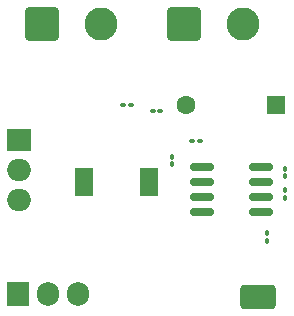
<source format=gbr>
%TF.GenerationSoftware,KiCad,Pcbnew,9.0.6*%
%TF.CreationDate,2025-12-23T21:48:00+05:30*%
%TF.ProjectId,CLASS D AMPLIFIER,434c4153-5320-4442-9041-4d504c494649,rev?*%
%TF.SameCoordinates,Original*%
%TF.FileFunction,Soldermask,Top*%
%TF.FilePolarity,Negative*%
%FSLAX46Y46*%
G04 Gerber Fmt 4.6, Leading zero omitted, Abs format (unit mm)*
G04 Created by KiCad (PCBNEW 9.0.6) date 2025-12-23 21:48:00*
%MOMM*%
%LPD*%
G01*
G04 APERTURE LIST*
G04 Aperture macros list*
%AMRoundRect*
0 Rectangle with rounded corners*
0 $1 Rounding radius*
0 $2 $3 $4 $5 $6 $7 $8 $9 X,Y pos of 4 corners*
0 Add a 4 corners polygon primitive as box body*
4,1,4,$2,$3,$4,$5,$6,$7,$8,$9,$2,$3,0*
0 Add four circle primitives for the rounded corners*
1,1,$1+$1,$2,$3*
1,1,$1+$1,$4,$5*
1,1,$1+$1,$6,$7*
1,1,$1+$1,$8,$9*
0 Add four rect primitives between the rounded corners*
20,1,$1+$1,$2,$3,$4,$5,0*
20,1,$1+$1,$4,$5,$6,$7,0*
20,1,$1+$1,$6,$7,$8,$9,0*
20,1,$1+$1,$8,$9,$2,$3,0*%
G04 Aperture macros list end*
%ADD10R,1.500000X2.400000*%
%ADD11RoundRect,0.100000X0.130000X0.100000X-0.130000X0.100000X-0.130000X-0.100000X0.130000X-0.100000X0*%
%ADD12RoundRect,0.150000X-0.825000X-0.150000X0.825000X-0.150000X0.825000X0.150000X-0.825000X0.150000X0*%
%ADD13RoundRect,0.100000X0.100000X-0.130000X0.100000X0.130000X-0.100000X0.130000X-0.100000X-0.130000X0*%
%ADD14R,1.905000X2.000000*%
%ADD15O,1.905000X2.000000*%
%ADD16R,2.000000X1.905000*%
%ADD17O,2.000000X1.905000*%
%ADD18RoundRect,0.250000X-1.250000X0.750000X-1.250000X-0.750000X1.250000X-0.750000X1.250000X0.750000X0*%
%ADD19RoundRect,0.250001X-1.149999X-1.149999X1.149999X-1.149999X1.149999X1.149999X-1.149999X1.149999X0*%
%ADD20C,2.800000*%
%ADD21RoundRect,0.250000X0.550000X0.550000X-0.550000X0.550000X-0.550000X-0.550000X0.550000X-0.550000X0*%
%ADD22C,1.600000*%
%ADD23RoundRect,0.100000X-0.130000X-0.100000X0.130000X-0.100000X0.130000X0.100000X-0.130000X0.100000X0*%
G04 APERTURE END LIST*
D10*
%TO.C,L1*%
X114500000Y-71500000D03*
X109000000Y-71500000D03*
%TD*%
D11*
%TO.C,C3*%
X118180000Y-68000000D03*
X118820000Y-68000000D03*
%TD*%
D12*
%TO.C,U1*%
X119050000Y-70230000D03*
X119050000Y-71500000D03*
X119050000Y-72770000D03*
X119050000Y-74040000D03*
X124000000Y-74040000D03*
X124000000Y-72770000D03*
X124000000Y-71500000D03*
X124000000Y-70230000D03*
%TD*%
D13*
%TO.C,R3*%
X126000000Y-71000000D03*
X126000000Y-70360000D03*
%TD*%
%TO.C,R2*%
X116500000Y-70000000D03*
X116500000Y-69360000D03*
%TD*%
%TO.C,R1*%
X126000000Y-72820000D03*
X126000000Y-72180000D03*
%TD*%
D14*
%TO.C,Q2*%
X103460000Y-80950000D03*
D15*
X106000000Y-80950000D03*
X108540000Y-80950000D03*
%TD*%
D16*
%TO.C,Q1*%
X103500000Y-67920000D03*
D17*
X103500000Y-70460000D03*
X103500000Y-73000000D03*
%TD*%
D18*
%TO.C,J3*%
X123782500Y-81200000D03*
%TD*%
D19*
%TO.C,J2*%
X117500000Y-58117500D03*
D20*
X122500000Y-58117500D03*
%TD*%
D19*
%TO.C,J1*%
X105500000Y-58117500D03*
D20*
X110500000Y-58117500D03*
%TD*%
D21*
%TO.C,D1*%
X125310000Y-65000000D03*
D22*
X117690000Y-65000000D03*
%TD*%
D13*
%TO.C,C4*%
X124500000Y-76475000D03*
X124500000Y-75835000D03*
%TD*%
D23*
%TO.C,C2*%
X114835000Y-65500000D03*
X115475000Y-65500000D03*
%TD*%
%TO.C,C1*%
X112335000Y-65000000D03*
X112975000Y-65000000D03*
%TD*%
M02*

</source>
